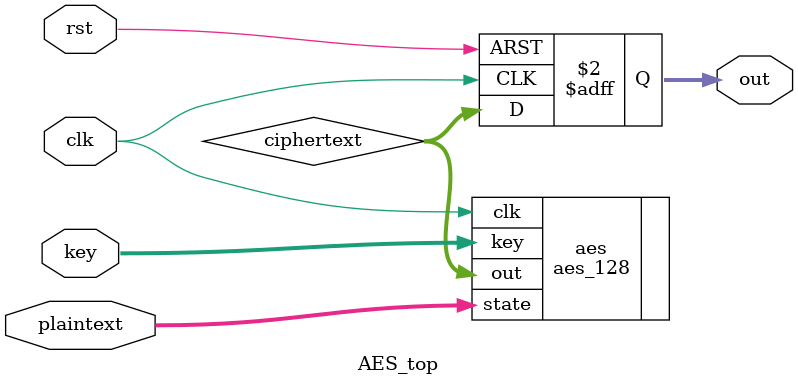
<source format=v>
`timescale 1ns / 1ps

module AES_top (
    input clk,
    input rst,
    input [127:0] plaintext,
    input [127:0] key,
    output reg [127:0] out
);

    wire [127:0] ciphertext;

    aes_128 aes (
        .clk(clk),
        .state(plaintext),
        .key(key),
        .out(ciphertext)
    );

    always @(posedge clk or posedge rst) begin
        if (rst) begin
            out <= {128{1'bx}};  
        end 
        else begin
        // $display("ciphertext=%h",ciphertext);
            out <= ciphertext;  
        end
    end

endmodule
</source>
